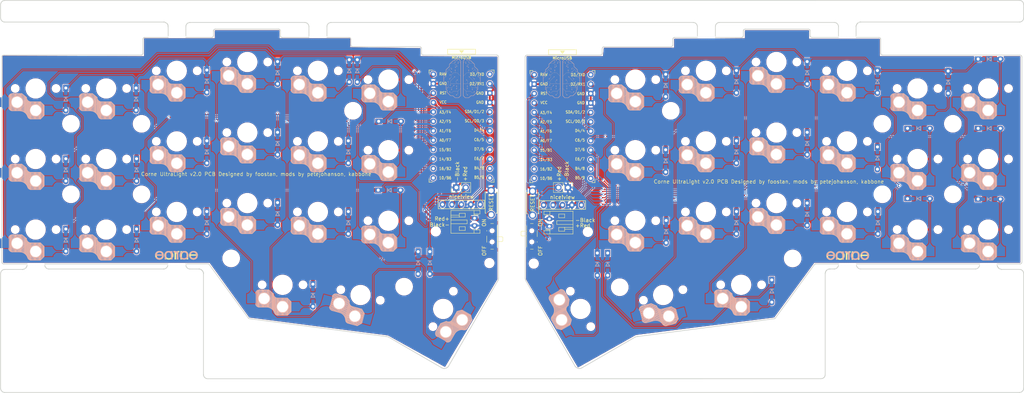
<source format=kicad_pcb>
(kicad_pcb (version 20221018) (generator pcbnew)

  (general
    (thickness 1.6)
  )

  (paper "A4")
  (title_block
    (title "Corne Light")
    (date "2020-11-12")
    (rev "2.0")
    (company "foostan")
  )

  (layers
    (0 "F.Cu" signal)
    (31 "B.Cu" signal)
    (32 "B.Adhes" user "B.Adhesive")
    (33 "F.Adhes" user "F.Adhesive")
    (34 "B.Paste" user)
    (35 "F.Paste" user)
    (36 "B.SilkS" user "B.Silkscreen")
    (37 "F.SilkS" user "F.Silkscreen")
    (38 "B.Mask" user)
    (39 "F.Mask" user)
    (40 "Dwgs.User" user "User.Drawings")
    (41 "Cmts.User" user "User.Comments")
    (42 "Eco1.User" user "User.Eco1")
    (43 "Eco2.User" user "User.Eco2")
    (44 "Edge.Cuts" user)
    (45 "Margin" user)
    (46 "B.CrtYd" user "B.Courtyard")
    (47 "F.CrtYd" user "F.Courtyard")
    (48 "B.Fab" user)
    (49 "F.Fab" user)
  )

  (setup
    (stackup
      (layer "F.SilkS" (type "Top Silk Screen") (color "White"))
      (layer "F.Paste" (type "Top Solder Paste"))
      (layer "F.Mask" (type "Top Solder Mask") (color "Black") (thickness 0.01))
      (layer "F.Cu" (type "copper") (thickness 0.035))
      (layer "dielectric 1" (type "core") (thickness 1.51) (material "FR4") (epsilon_r 4.5) (loss_tangent 0.02))
      (layer "B.Cu" (type "copper") (thickness 0.035))
      (layer "B.Mask" (type "Bottom Solder Mask") (color "Black") (thickness 0.01))
      (layer "B.Paste" (type "Bottom Solder Paste"))
      (layer "B.SilkS" (type "Bottom Silk Screen") (color "White"))
      (copper_finish "None")
      (dielectric_constraints no)
    )
    (pad_to_mask_clearance 0)
    (aux_axis_origin 74.8395 91.6855)
    (grid_origin 31.7125 74.445)
    (pcbplotparams
      (layerselection 0x00010fc_ffffffff)
      (plot_on_all_layers_selection 0x0000000_00000000)
      (disableapertmacros false)
      (usegerberextensions true)
      (usegerberattributes false)
      (usegerberadvancedattributes false)
      (creategerberjobfile false)
      (dashed_line_dash_ratio 12.000000)
      (dashed_line_gap_ratio 3.000000)
      (svgprecision 6)
      (plotframeref false)
      (viasonmask false)
      (mode 1)
      (useauxorigin false)
      (hpglpennumber 1)
      (hpglpenspeed 20)
      (hpglpendiameter 15.000000)
      (dxfpolygonmode true)
      (dxfimperialunits true)
      (dxfusepcbnewfont true)
      (psnegative false)
      (psa4output false)
      (plotreference true)
      (plotvalue false)
      (plotinvisibletext false)
      (sketchpadsonfab false)
      (subtractmaskfromsilk true)
      (outputformat 1)
      (mirror false)
      (drillshape 0)
      (scaleselection 1)
      (outputdirectory "gerbers/")
    )
  )

  (net 0 "")
  (net 1 "row0")
  (net 2 "row1")
  (net 3 "row2")
  (net 4 "row3")
  (net 5 "GND")
  (net 6 "VCC")
  (net 7 "col0")
  (net 8 "col1")
  (net 9 "col2")
  (net 10 "col3")
  (net 11 "col4")
  (net 12 "col5")
  (net 13 "reset")
  (net 14 "SCL")
  (net 15 "SDA")
  (net 16 "Net-(BATJ1-Pin_2)")
  (net 17 "+BATT")
  (net 18 "Net-(BATJ3-Pin_2)")
  (net 19 "Net-(D1-A)")
  (net 20 "row0_r")
  (net 21 "row1_r")
  (net 22 "row2_r")
  (net 23 "row3_r")
  (net 24 "SDA_r")
  (net 25 "SCL_r")
  (net 26 "reset_r")
  (net 27 "col0_r")
  (net 28 "col1_r")
  (net 29 "col2_r")
  (net 30 "col3_r")
  (net 31 "col4_r")
  (net 32 "col5_r")
  (net 33 "Net-(D2-A)")
  (net 34 "Net-(D3-A)")
  (net 35 "CS")
  (net 36 "RGB")
  (net 37 "Net-(D4-A)")
  (net 38 "VDD")
  (net 39 "GNDA")
  (net 40 "Net-(D5-A)")
  (net 41 "Net-(D6-A)")
  (net 42 "Net-(D7-A)")
  (net 43 "CS_r")
  (net 44 "RGB_r")
  (net 45 "Net-(D8-A)")
  (net 46 "Net-(D9-A)")
  (net 47 "Net-(D10-A)")
  (net 48 "Net-(D11-A)")
  (net 49 "Net-(D12-A)")
  (net 50 "Net-(D13-A)")
  (net 51 "Net-(D14-A)")
  (net 52 "Net-(D15-A)")
  (net 53 "Net-(D16-A)")
  (net 54 "Net-(D17-A)")
  (net 55 "Net-(D18-A)")
  (net 56 "Net-(D19-A)")
  (net 57 "Net-(D20-A)")
  (net 58 "Net-(D21-A)")
  (net 59 "Net-(D22-A)")
  (net 60 "Net-(D23-A)")
  (net 61 "Net-(D24-A)")
  (net 62 "Net-(D25-A)")
  (net 63 "Net-(D26-A)")
  (net 64 "Net-(D27-A)")
  (net 65 "Net-(D28-A)")
  (net 66 "Net-(D29-A)")
  (net 67 "Net-(D30-A)")
  (net 68 "Net-(D31-A)")
  (net 69 "Net-(D32-A)")
  (net 70 "Net-(D33-A)")
  (net 71 "Net-(D34-A)")
  (net 72 "Net-(D35-A)")
  (net 73 "Net-(D36-A)")
  (net 74 "Net-(D37-A)")
  (net 75 "Net-(D38-A)")
  (net 76 "Net-(D39-A)")
  (net 77 "Net-(D40-A)")
  (net 78 "Net-(D41-A)")
  (net 79 "Net-(D42-A)")
  (net 80 "unconnected-(PSW1-A-Pad1)")
  (net 81 "unconnected-(PSW2-C-Pad3)")
  (net 82 "unconnected-(U1-8{slash}B4-Pad11)")
  (net 83 "unconnected-(U1-9{slash}B5-Pad12)")
  (net 84 "unconnected-(U1-B6{slash}10-Pad13)")
  (net 85 "unconnected-(U1-B2{slash}16-Pad14)")
  (net 86 "unconnected-(U2-8{slash}B4-Pad11)")
  (net 87 "unconnected-(U2-9{slash}B5-Pad12)")
  (net 88 "unconnected-(U2-B6{slash}10-Pad13)")
  (net 89 "unconnected-(U2-B2{slash}16-Pad14)")

  (footprint "kbd:ResetSW_1side" (layer "F.Cu") (at 156.0125 76.817432 -90))

  (footprint "kbd:ProMicro_v3" (layer "F.Cu") (at 136.8925 56.56))

  (footprint "kbd:ProMicro_v3" (layer "F.Cu") (at 164.062847 56.686432))

  (footprint "kbd:thread_m2" (layer "F.Cu") (at 156.330847 93.085432))

  (footprint "kbd:thread_m2" (layer "F.Cu") (at 170.889847 84.542432))

  (footprint "nice_view:nice_view_1side" (layer "F.Cu") (at 131.7585 77.168))

  (footprint "kbd:ResetSW_1side" (layer "F.Cu") (at 144.8625 76.671 -90))

  (footprint "kbd:Breakaway_Tabs" (layer "F.Cu") (at 22.19625 93.38))

  (footprint "kbd:Breakaway_Tabs" (layer "F.Cu") (at 60.1845 93.38))

  (footprint "kbd:Breakaway_Tabs" (layer "F.Cu") (at 60.2875 31.97))

  (footprint "kbd:Breakaway_Tabs" (layer "F.Cu") (at 98.2575 31.97))

  (footprint "kbd:Breakaway_Tabs" (layer "F.Cu") (at 202.7775 31.98))

  (footprint "kbd:Breakaway_Tabs" (layer "F.Cu") (at 240.7975 31.97))

  (footprint "kbd:Breakaway_Tabs" (layer "F.Cu") (at 278.8275 93.39))

  (footprint "kbd:Breakaway_Tabs" (layer "F.Cu") (at 240.8275 93.39))

  (footprint "nice_view:nice_view_1side" (layer "F.Cu") (at 158.9875 77.31))

  (footprint "kbd:corne-logo-horizontal" (layer "F.Cu") (at 60.2175 90.93))

  (footprint "kbd:corne-logo-horizontal" (layer "F.Cu") (at 240.9975 91.01))

  (footprint "Button_Switch_SMD:SW_SPDT_PCM12" (layer "F.Cu") (at 156.1325 85.745 -90))

  (footprint "kbd:kabtop" (layer "F.Cu") (at 136.9955 43.2))

  (footprint "kbd:kabtop" (layer "F.Cu")
    (tstamp 2e9950e8-3e35-4a2b-b044-49acca682d09)
    (at 163.7925 43.2)
    (attr board_only exclude_from_pos_files exclude_from_bom)
    (fp_text reference "G***" (at 0 0) (layer "F.SilkS") hide
        (effects (font (size 1.5 1.5) (thickness 0.3)))
      (tstamp c9c1d959-f96e-434c-9fb2-8347b78e850a)
    )
    (fp_text value "LOGO" (at 0.75 0) (layer "F.SilkS") hide
        (effects (font (size 1.5 1.5) (thickness 0.3)))
      (tstamp 7623e9bc-7de4-499d-a89f-45438362e6c7)
    )
    (fp_poly
      (pts
        (xy 1.487519 1.995317)
        (xy 1.501898 2.008615)
        (xy 1.531393 2.04986)
        (xy 1.533891 2.090019)
        (xy 1.509238 2.132563)
        (xy 1.495777 2.14706)
        (xy 1.453444 2.189393)
        (xy 1.453444 2.441357)
        (xy 1.453643 2.531692)
        (xy 1.454502 2.597761)
        (xy 1.456419 2.643517)
        (xy 1.45979 2.672913)
        (xy 1.46501 2.689904)
        (xy 1.472476 2.698444)
        (xy 1.479525 2.701598)
        (xy 1.505433 2.721704)
        (xy 1.527269 2.757631)
        (xy 1.537918 2.797143)
        (xy 1.538111 2.802361)
        (xy 1.526561 2.831382)
        (xy 1.498439 2.861843)
        (xy 1.463535 2.885108)
        (xy 1.43558 2.892778)
        (xy 1.400896 2.883351)
        (xy 1.371438 2.864006)
        (xy 1.345187 2.820748)
        (xy 1.342785 2.802591)
        (xy 1.3981 2.802591)
        (xy 1.409908 2.824369)
        (xy 1.414639 2.826988)
        (xy 1.442508 2.834053)
        (xy 1.459485 2.821914)
        (xy 1.466762 2.809593)
        (xy 1.46999 2.780626)
        (xy 1.453287 2.759334)
        (xy 1.424913 2.754739)
        (xy 1.418346 2.756701)
        (xy 1.401168 2.775194)
        (xy 1.3981 2.802591)
        (xy 1.342785 2.802591)
        (xy 1.340555 2.785738)
        (xy 1.34591 2.747172)
        (xy 1.367179 2.722051)
        (xy 1.382799 2.712205)
        (xy 1.425043 2.688167)
        (xy 1.425133 2.430639)
        (xy 1.424782 2.336435)
        (xy 1.423495 2.267153)
        (xy 1.421029 2.219501)
        (xy 1.417144 2.190187)
        (xy 1.411597 2.175919)
        (xy 1.406242 2.173111)
        (xy 1.37732 2.160602)
        (xy 1.353376 2.129384)
        (xy 1.341144 2.089233)
        (xy 1.397496 2.089233)
        (xy 1.406407 2.107259)
        (xy 1.43236 2.116211)
        (xy 1.460611 2.103137)
        (xy 1.465588 2.09787)
        (xy 1.472232 2.072676)
        (xy 1.4597 2.049225)
        (xy 1.435748 2.037692)
        (xy 1.421322 2.039797)
        (xy 1.401486 2.059886)
        (xy 1.397496 2.089233)
        (xy 1.341144 2.089233)
        (xy 1.341049 2.088922)
        (xy 1.340555 2.079447)
        (xy 1.350901 2.027863)
        (xy 1.382539 1.994686)
        (xy 1.420759 1.981224)
        (xy 1.457483 1.979522)
      )

      (stroke (width 0) (type solid)) (fill solid) (layer "B.SilkS") (tstamp 3c7b5ac5-bc5f-43e9-8780-a65c1c347c50))
    (fp_poly
      (pts
        (xy -1.38885 1.988276)
        (xy -1.356164 2.021873)
        (xy -1.340964 2.069498)
        (xy -1.340556 2.079202)
        (xy -1.349702 2.121996)
        (xy -1.372774 2.156173)
        (xy -1.403219 2.172705)
        (xy -1.408695 2.173111)
        (xy -1.415034 2.181913)
        (xy -1.419702 2.209835)
        (xy -1.422845 2.259149)
        (xy -1.424607 2.332127)
        (xy -1.425133 2.430639)
        (xy -1.425044 2.688167)
        (xy -1.3828 2.712205)
        (xy -1.352045 2.7364)
        (xy -1.34114 2.768567)
        (xy -1.340556 2.783591)
        (xy -1.349779 2.837235)
        (xy -1.3787 2.871421)
        (xy -1.420759 2.887109)
        (xy -1.457484 2.888811)
        (xy -1.48752 2.873016)
        (xy -1.501898 2.859718)
        (xy -1.526127 2.830027)
        (xy -1.537897 2.804873)
        (xy -1.538111 2.802361)
        (xy -1.534902 2.78758)
        (xy -1.476017 2.78758)
        (xy -1.468135 2.805092)
        (xy -1.460013 2.813638)
        (xy -1.437121 2.828925)
        (xy -1.416672 2.820981)
        (xy -1.399581 2.796729)
        (xy -1.397 2.784774)
        (xy -1.407816 2.762702)
        (xy -1.432532 2.75554)
        (xy -1.459553 2.766096)
        (xy -1.462603 2.768888)
        (xy -1.476017 2.78758)
        (xy -1.534902 2.78758)
        (xy -1.529639 2.763335)
        (xy -1.508964 2.726148)
        (xy -1.483202 2.703036)
        (xy -1.479526 2.701598)
        (xy -1.47031 2.696796)
        (xy -1.463555 2.686508)
        (xy -1.458881 2.666846)
        (xy -1.455912 2.63392)
        (xy -1.454268 2.583841)
        (xy -1.453573 2.512721)
        (xy -1.453445 2.433216)
        (xy -1.454193 2.33468)
        (xy -1.456372 2.257896)
        (xy -1.459883 2.204695)
        (xy -1.464625 2.176908)
        (xy -1.467556 2.173111)
        (xy -1.493103 2.161294)
        (xy -1.518353 2.132857)
        (xy -1.53527 2.09832)
        (xy -1.538111 2.080747)
        (xy -1.538016 2.080434)
        (xy -1.473779 2.080434)
        (xy -1.465087 2.098475)
        (xy -1.438762 2.113637)
        (xy -1.41325 2.105682)
        (xy -1.399782 2.079513)
        (xy -1.405945 2.051032)
        (xy -1.427318 2.037996)
        (xy -1.453253 2.044546)
        (xy -1.463417 2.054769)
        (xy -1.473779 2.080434)
        (xy -1.538016 2.080434)
        (xy -1.525879 2.040598)
        (xy -1.495426 2.003862)
        (xy -1.456119 1.979904)
        (xy -1.43292 1.975556)
      )

      (stroke (width 0) (type solid)) (fill solid) (layer "B.SilkS") (tstamp 0a3f2652-5936-45df-905b-c5e77ea13ab2))
    (fp_poly
      (pts
        (xy -0.574585 -4.969872)
        (xy -0.282223 -4.676299)
        (xy -0.282223 0)
        (xy -0.282223 4.676299)
        (xy -0.574585 4.969872)
        (xy -0.866947 5.263444)
        (xy -1.361279 5.262698)
        (xy -1.855611 5.261951)
        (xy -2.170167 4.980475)
        (xy -2.484723 4.699)
        (xy -2.805248 4.699)
        (xy -3.125772 4.699)
        (xy -3.587831 4.236782)
        (xy -4.049889 3.774564)
        (xy -4.049889 3.492156)
        (xy -4.049889 3.209748)
        (xy -4.191 3.069167)
        (xy -4.332112 2.928585)
        (xy -4.332112 2.363758)
        (xy -4.332111 1.798931)
        (xy -4.649611 1.481667)
        (xy -4.967111 1.164402)
        (xy -4.966523 0.0497)
        (xy -4.882445 0.0497)
        (xy -4.882359 0.578711)
        (xy -4.882274 1.107722)
        (xy -4.561975 1.42875)
        (xy -4.241675 1.749778)
        (xy -4.058073 1.749778)
        (xy -3.87447 1.749778)
        (xy -3.806957 1.68328)
        (xy -3.739445 1.616783)
        (xy -3.739445 1.311601)
        (xy -3.739445 1.006419)
        (xy -3.774333 0.990523)
        (xy -3.804226 0.965105)
        (xy -3.818694 0.936887)
        (xy -3.819979 0.899983)
        (xy -3.76415 0.899983)
        (xy -3.757066 0.919906)
        (xy -3.754144 0.92357)
        (xy -3.734466 0.941647)
        (xy -3.725334 0.945444)
        (xy -3.708564 0.935848)
        (xy -3.696524 0.92357)
        (xy -3.686188 0.902789)
        (xy -3.698038 0.882136)
        (xy -3.701851 0.878212)
        (xy -3.721689 0.862392)
        (xy -3.738002 0.868014)
        (xy -3.748816 0.878212)
        (xy -3.76415 0.899983)
        (xy -3.819979 0.899983)
        (xy -3.820573 0.882933)
        (xy -3.800598 0.83991)
        (xy -3.76388 0.812641)
        (xy -3.71553 0.805946)
        (xy -3.68678 0.812444)
        (xy -3.651208 0.837728)
        (xy -3.631855 0.877057)
        (xy -3.629239 0.921551)
        (xy -3.643883 0.962329)
        (xy -3.676308 0.990511)
        (xy -3.676334 0.990523)
        (xy -3.711223 1.006419)
        (xy -3.711223 1.317641)
        (xy -3.711223 1.628864)
        (xy -3.77772 1.696376)
        (xy -3.844217 1.763889)
        (xy -3.77772 1.831401)
        (xy -3.711223 1.898914)
        (xy -3.711223 2.110449)
        (xy -3.711223 2.321984)
        (xy -3.608585 2.423936)
        (xy -3.505948 2.525889)
        (xy -3.160687 2.525889)
        (xy -2.815425 2.525889)
        (xy -2.538187 2.248911)
        (xy -2.456679 2.167388)
        (xy -2.393015 2.103194)
        (xy -2.345063 2.053725)
        (xy -2.310692 2.016375)
        (xy -2.287767 1.988539)
        (xy -2.274156 1.967613)
        (xy -2.267727 1.950991)
        (xy -2.266347 1.936067)
        (xy -2.267884 1.920238)
        (xy -2.268058 1.918938)
        (xy -2.268327 1.901872)
        (xy -2.211927 1.901872)
        (xy -2.204844 1.921795)
        (xy -2.201921 1.925458)
        (xy -2.182244 1.943536)
        (xy -2.173111 1.947333)
        (xy -2.156342 1.937737)
        (xy -2.144302 1.925458)
        (xy -2.133966 1.904678)
        (xy -2.145815 1.884025)
        (xy -2.149629 1.880101)
        (xy -2.169467 1.864281)
        (xy -2.18578 1.869903)
        (xy -2.196594 1.880101)
        (xy -2.211927 1.901872)
        (xy -2.268327 1.901872)
        (xy -2.268732 1.876152)
        (xy -2.253971 1.845569)
        (xy -2.245305 1.836083)
        (xy -2.20336 1.810727)
        (xy -2.157842 1.808009)
        (xy -2.116199 1.824926)
        (xy -2.085881 1.858476)
        (xy -2.074334 1.905)
        (xy -2.086119 1.955086)
        (xy -2.118437 1.988409)
        (xy -2.166733 2.001133)
        (xy -2.18705 1.999946)
        (xy -2.203052 1.998276)
        (xy -2.217953 1.999363)
        (xy -2.234357 2.005338)
        (xy -2.254869 2.018334)
        (xy -2.282094 2.040484)
        (xy -2.318638 2.073921)
        (xy -2.367105 2.120777)
        (xy -2.4301 2.183184)
        (xy -2.510229 2.263276)
        (xy -2.517022 2.270076)
        (xy -2.794 2.547314)
        (xy -2.794 2.734157)
        (xy -2.792972 2.813581)
        (xy -2.790028 2.87307)
        (xy -2.785385 2.909781)
        (xy -2.779889 2.921)
        (xy -2.753001 2.933254)
        (xy -2.728065 2.963448)
        (xy -2.71195 3.001733)
        (xy -2.709334 3.022194)
        (xy -2.720517 3.073468)
        (xy -2.752252 3.106518)
        (xy -2.801815 3.118548)
        (xy -2.803243 3.118556)
        (xy -2.855303 3.10775)
        (xy -2.889742 3.079395)
        (xy -2.904355 3.039577)
        (xy -2.901469 3.02199)
        (xy -2.843036 3.02199)
        (xy -2.835093 3.042439)
        (xy -2.808116 3.060352)
        (xy -2.782355 3.055851)
        (xy -2.770461 3.03985)
        (xy -2.772413 3.012776)
        (xy -2.782999 2.996509)
        (xy -2.801691 2.983094)
        (xy -2.819203 2.990976)
        (xy -2.827749 2.999098)
        (xy -2.843036 3.02199)
        (xy -2.901469 3.02199)
        (xy -2.896938 2.994385)
        (xy -2.865287 2.949909)
        (xy -2.864556 2.949222)
        (xy -2.822223 2.909677)
        (xy -2.822223 2.731894)
        (xy -2.822223 2.554111)
        (xy -3.171141 2.554111)
        (xy -3.520059 2.554111)
        (xy -3.622669 2.452186)
        (xy -3.725279 2.350261)
        (xy -3.813874 2.438069)
        (xy -3.8565 2.481289)
        (xy -3.882316 2.511601)
        (xy -3.895068 2.535432)
        (xy -3.898505 2.559208)
        (xy -3.897215 2.580974)
        (xy -3.90317 2.633721)
        (xy -3.928146 2.672015)
        (xy -3.965957 2.692673)
        (xy -4.010418 2.692511)
        (xy -4.055343 2.668344)
        (xy -4.059563 2.66454)
        (xy -4.087819 2.622774)
        (xy -4.09103 2.590024)
        (xy -4.030128 2.590024)
        (xy -4.022246 2.607536)
        (xy -4.014124 2.616082)
        (xy -3.991232 2.631369)
        (xy -3.970783 2.623426)
        (xy -3.953692 2.599174)
        (xy -3.951111 2.587218)
        (xy -3.961927 2.565146)
        (xy -3.986643 2.557985)
        (xy -4.013664 2.568541)
        (xy -4.016714 2.571332)
        (xy -4.030128 2.590024)
        (xy -4.09103 2.590024)
        (xy -4.092096 2.579157)
        (xy -4.075461 2.539902)
        (xy -4.04098 2.511226)
        (xy -3.991719 2.499341)
        (xy -3.978211 2.499665)
        (xy -3.950185 2.500053)
        (xy -3.926539 2.494071)
        (xy -3.90096 2.477996)
        (xy -3.867137 2.448106)
        (xy -3.831051 2.412885)
        (xy -3.739445 2.322093)
        (xy -3.739445 2.117559)
        (xy -3.739445 1.913025)
        (xy -3.805942 1.845512)
        (xy -3.872439 1.778)
        (xy -4.059942 1.778)
        (xy -4.247445 1.778)
        (xy -4.247445 2.324001)
        (xy -4.247445 2.870002)
        (xy -4.106334 3.0134)
        (xy -3.965223 3.156797)
        (xy -3.965223 3.437456)
        (xy -3.965223 3.718115)
        (xy -3.517278 4.166224)
        (xy -3.069332 4.614333)
        (xy -2.755009 4.614333)
        (xy -2.440686 4.614333)
        (xy -2.317482 4.72325)
        (xy -2.264147 4.770494)
        (xy -2.196495 4.830558)
        (xy -2.121257 4.897461)
        (xy -2.045162 4.965219)
        (xy -2.000015 5.005472)
        (xy -1.805751 5.178778)
        (xy -1.364179 5.178778)
        (xy -0.922606 5.178778)
        (xy -0.651803 4.907861)
        (xy -0.381 4.636944)
        (xy -0.381 3.690881)
        (xy -0.381 2.744819)
        (xy -0.740834 3.104444)
        (xy -1.100667 3.46407)
        (xy -1.100667 3.781939)
        (xy -1.100667 4.099807)
        (xy -1.240208 4.238824)
        (xy -1.295526 4.294297)
        (xy -1.333663 4.334273)
        (xy -1.357569 4.363032)
        (xy -1.370196 4.384856)
        (xy -1.374493 4.404026)
        (xy -1.373413 4.424823)
        (xy -1.372625 4.430949)
        (xy -1.371914 4.473731)
        (xy -1.386561 4.504267)
        (xy -1.395362 4.513917)
        (xy -1.436677 4.5385)
        (xy -1.482052 4.540806)
        (xy -1.523867 4.523909)
        (xy -1.554501 4.490879)
        (xy -1.566334 4.445)
        (xy -1.565531 4.441872)
        (xy -1.506372 4.441872)
        (xy -1.499289 4.461795)
        (xy -1.496366 4.465458)
        (xy -1.476688 4.483536)
        (xy -1.467556 4.487333)
        (xy -1.450786 4.477737)
        (xy -1.438746 4.465458)
        (xy -1.42841 4.444678)
        (xy -1.44026 4.424025)
        (xy -1.444074 4.420101)
        (xy -1.463912 4.404281)
        (xy -1.480225 4.409903)
        (xy -1.491038 4.420101)
        (xy -1.506372 4.441872)
        (xy -1.565531 4.441872)
        (xy -1.554033 4.397106)
        (xy -1.520561 4.363628)
        (xy -1.471058 4.348783)
        (xy -1.449141 4.348903)
        (xy -1.426323 4.349587)
        (xy -1.40605 4.345414)
        (xy -1.383872 4.333295)
        (xy -1.355339 4.310142)
        (xy -1.315999 4.272867)
        (xy -1.262236 4.219222)
        (xy -1.129024 4.085167)
        (xy -1.128957 3.77825)
        (xy -1.128889 3.471333)
        (xy -1.71824 3.471333)
        (xy -2.307591 3.471333)
        (xy -2.483556 3.647722)
        (xy -2.659521 3.824111)
        (xy -2.987816 3.824111)
        (xy -3.316111 3.824111)
        (xy -3.316111 3.762876)
        (xy -3.318851 3.721944)
        (xy -3.330051 3.699058)
        (xy -3.351 3.685745)
        (xy -3.383436 3.657575)
        (xy -3.398091 3.616802)
        (xy -3.396827 3.595206)
        (xy -3.340816 3.595206)
        (xy -3.333733 3.615128)
        (xy -3.33081 3.618792)
        (xy -3.311133 3.63687)
        (xy -3.302 3.640667)
        (xy -3.285231 3.631071)
        (xy -3.27319 3.618792)
        (xy -3.262855 3.598012)
        (xy -3.274704 3.577358)
        (xy -3.278518 3.573435)
        (xy -3.298356 3.557614)
        (xy -3.314669 3.563237)
        (xy -3.325483 3.573435)
        (xy -3.340816 3.595206)
        (xy -3.396827 3.595206)
        (xy -3.395487 3.572307)
        (xy -3.376143 3.532971)
        (xy -3.340582 3.507676)
        (xy -3.340555 3.507666)
        (xy -3.288094 3.501429)
        (xy -3.244542 3.518335)
        (xy -3.21501 3.553564)
        (xy -3.204608 3.602293)
        (xy -3.20864 3.632109)
        (xy -3.228164 3.666439)
        (xy -3.253001 3.685745)
        (xy -3.278755 3.705245)
        (xy -3.287613 3.737967)
        (xy -3.287889 3.748765)
        (xy -3.287889 3.795889)
        (xy -2.980761 3.795889)
        (xy -2.673632 3.795889)
        (xy -2.497667 3.6195)
        (xy -2.321702 3.443111)
        (xy -1.721866 3.443111)
        (xy -1.12203 3.443111)
        (xy -0.751515 3.072794)
        (xy -0.381 2.702477)
        (xy -0.381 2.06385)
        (xy -0.381 1.425222)
        (xy -1.661937 1.425222)
        (xy -2.942873 1.425222)
        (xy -3.044826 1.52786)
        (xy -3.091051 1.575152)
        (xy -3.120687 1.608806)
        (xy -3.137404 1.63483)
        (xy -3.144868 1.659238)
        (xy -3.146749 1.688039)
        (xy -3.146778 1.694928)
        (xy -3.144388 1.736806)
        (xy -3.134442 1.760251)
        (xy -3.112778 1.774847)
        (xy -3.11189 1.775255)
        (xy -3.081997 1.800673)
        (xy -3.067529 1.828891)
        (xy -3.06565 1.882845)
        (xy -3.085625 1.925867)
        (xy -3.122343 1.953137)
        (xy -3.170693 1.959831)
        (xy -3.199443 1.953334)
        (xy -3.235015 1.92805)
        (xy -3.254368 1.888721)
        (xy -3.256084 1.859539)
        (xy -3.199705 1.859539)
        (xy -3.192622 1.879462)
        (xy -3.189699 1.883125)
        (xy -3.170022 1.901203)
        (xy -3.160889 1.905)
        (xy -3.144119 1.895404)
        (xy -3.132079 1.883125)
        (xy -3.121744 1.862345)
        (xy -3.133593 1.841691)
        (xy -3.137407 1.837768)
        (xy -3.157245 1.821947)
        (xy -3.173558 1.82757)
        (xy -3.184372 1.837768)
        (xy -3.199705 1.859539)
        (xy -3.256084 1.859539)
        (xy -3.256984 1.844226)
        (xy -3.24234 1.803448)
        (xy -3.209915 1.775267)
        (xy -3.209889 1.775255)
        (xy -3.188804 1.761916)
        (xy -3.178409 1.7411)
        (xy -3.175131 1.703851)
        (xy -3.175 1.687872)
        (xy -3.174148 1.654723)
        (xy -3.169167 1.62898)
        (xy -3.15642 1.604419)
        (xy -3.132269 1.574821)
        (xy -3.093079 1.533963)
        (xy -3.073448 1.514151)
        (xy -2.971895 1.411916)
        (xy -3.073448 1.307184)
        (xy -3.175 1.202452)
        (xy -3.175 0.985688)
        (xy -3.175 0.768923)
        (xy -2.612149 0.206204)
        (xy -2.049298 -0.356515)
        (xy -2.056399 -0.409453)
        (xy -2.054976 -0.426461)
        (xy -2.000261 -0.426461)
        (xy -1.993177 -0.406538)
        (xy -1.990255 -0.402875)
        (xy -1.970577 -0.384797)
        (xy -1.961445 -0.381)
        (xy -1.944675 -0.390596)
        (xy -1.932635 -0.402875)
        (xy -1.922299 -0.423655)
        (xy -1.934149 -0.444309)
        (xy -1.937963 -0.448232)
        (xy -1.957801 -0.464053)
        (xy -1.974113 -0.45843)
        (xy -1.984927 -0.448232)
        (xy -2.000261 -0.426461)
        (xy -2.054976 -0.426461)
        (xy -2.051974 -0.462334)
        (xy -2.02557 -0.500887)
        (xy -1.981034 -0.520541)
        (xy -1.961445 -0.522111)
        (xy -1.914415 -0.510288)
        (xy -1.881053 -0.479784)
        (xy -1.864361 -0.438047)
        (xy -1.867341 -0.392528)
        (xy -1.892528 -0.35114)
        (xy -1.922082 -0.330598)
        (xy -1.959515 -0.326714)
        (xy -1.975326 -0.32838)
        (xy -2.028263 -0.33548)
        (xy -2.587521 0.223909)
        (xy -3.146778 0.783297)
        (xy -3.146778 0.987511)
        (xy -3.146778 1.191725)
        (xy -3.044826 1.294363)
        (xy -2.942873 1.397)
        (xy -2.117241 1.397)
        (xy -1.291608 1.397)
        (xy -1.457193 1.230982)
        (xy -1.622778 1.064965)
        (xy -1.622778 0.916745)
        (xy -1.622778 0.768526)
        (xy -1.483238 0.629509)
        (xy -1.42792 0.574036)
        (xy -1.389783 0.534061)
        (xy -1.365876 0.505302)
        (xy -1.35325 0.483478)
        (xy -1.348952 0.464308)
        (xy -1.350033 0.44351)
        (xy -1.35082 0.437384)
        (xy -1.349398 0.420206)
        (xy -1.294705 0.420206)
        (xy -1.287622 0.440128)
        (xy -1.284699 0.443792)
        (xy -1.265022 0.46187)
        (xy -1.255889 0.465667)
        (xy -1.239119 0.456071)
        (xy -1.227079 0.443792)
        (xy -1.216744 0.423012)
        (xy -1.228593 0.402358)
        (xy -1.232407 0.398435)
        (xy -1.252245 0.382614)
        (xy -1.268558 0.388237)
        (xy -1.279372 0.398435)
        (xy -1.294705 0.420206)
        (xy -1.349398 0.420206)
        (xy -1.346436 0.384415)
        (xy -1.320089 0.345824)
        (xy -1.275592 0.326141)
        (xy -1.255889 0.324555)
        (xy -1.20886 0.336379)
        (xy -1.175498 0.366883)
        (xy -1.158806 0.408619)
        (xy -1.161786 0.454139)
        (xy -1.186972 0.495527)
        (xy -1.216418 0.516032)
        (xy -1.253687 0.519967)
        (xy -1.26994 0.518264)
        (xy -1.292082 0.51627)
        (xy -1.31142 0.518982)
        (xy -1.332317 0.529384)
        (xy -1.359136 0.550459)
        (xy -1.39624 0.585191)
        (xy -1.447992 0.636562)
        (xy -1.458802 0.647406)
        (xy -1.594556 0.783672)
        (xy -1.594556 0.917271)
        (xy -1.594556 1.05087)
        (xy -1.421907 1.223935)
        (xy -1.249257 1.397)
        (xy -0.815129 1.397)
        (xy -0.381 1.397)
        (xy -0.381 0.40561)
        (xy -0.381 -0.585779)
        (xy -0.822055 -1.026667)
        (xy -1.26311 -1.467556)
        (xy -1.78501 -1.467556)
        (xy -2.306909 -1.467556)
        (xy -2.585732 -1.188993)
        (xy -2.864556 -0.910431)
        (xy -2.864556 -0.592587)
        (xy -2.864556 -0.274743)
        (xy -3.039368 -0.100351)
        (xy -3.102281 -0.037357)
        (xy -3.147797 0.009377)
        (xy -3.178569 0.043452)
        (xy -3.197253 0.06847)
        (xy -3.206503 0.088031)
        (xy -3.208974 0.105734)
        (xy -3.207319 0.125182)
        (xy -3.207063 0.127105)
        (xy -3.211458 0.180051)
        (xy -3.23782 0.218632)
        (xy -3.282327 0.238308)
        (xy -3.302 0.239889)
        (xy -3.34903 0.228065)
        (xy -3.382392 0.197561)
        (xy -3.399084 0.155825)
        (xy -3.397916 0.137983)
        (xy -3.340816 0.137983)
        (xy -3.333733 0.157906)
        (xy -3.33081 0.16157)
        (xy -3.311133 0.179647)
        (xy -3.302 0.183444)
        (xy -3.285231 0.173848)
        (xy -3.27319 0.16157)
        (xy -3.262855 0.140789)
        (xy -3.274704 0.120136)
        (xy -3.278518 0.116212)
        (xy -3.298356 0.100392)
        (xy -3.314669 0.106014)
        (xy -3.325483 0.116212)
        (xy -3.340816 0.137983)
        (xy -3.397916 0.137983)
        (xy -3.396104 0.110305)
        (xy -3.370918 0.068917)
        (xy -3.341443 0.048403)
        (xy -3.304131 0.044481)
        (xy -3.287994 0.046174)
        (xy -3.268047 0.048073)
        (xy -3.250212 0.046025)
        (xy -3.230835 0.037351)
        (xy -3.206266 0.019372)
        (xy -3.172851 -0.010589)
        (xy -3.126937 -0.055213)
        (xy -3.064874 -0.117176)
        (xy -3.063855 -0.118197)
        (xy -2.892778 -0.289685)
        (xy -2.892778 -0.596398)
        (xy -2.892778 -0.903111)
        (xy -3.010458 -0.903111)
        (xy -3.068392 -0.902582)
        (xy -3.104555 -0.899873)
        (xy -3.125397 -0.893299)
        (xy -3.137364 -0.881176)
        (xy -3.144033 -0.868223)
        (xy -3.172203 -0.835787)
        (xy -3.212976 -0.821132)
        (xy -3.257471 -0.823736)
        (xy -3.296807 -0.843079)
        (xy -3.322102 -0.87864)
        (xy -3.322112 -0.878668)
        (xy -3.327068 -0.92035)
        (xy -3.270261 -0.92035)
        (xy -3.263177 -0.900427)
        (xy -3.260255 -0.896764)
        (xy -3.240577 -0.878686)
        (xy -3.231445 -0.874889)
        (xy -3.214675 -0.884485)
        (xy -3.202635 -0.896764)
        (xy -3.192299 -0.917544)
        (xy -3.204149 -0.938198)
        (xy -3.207963 -0.942121)
        (xy -3.227801 -0.957941)
        (xy -3.244113 -0.952319)
        (xy -3.254927 -0.942121)
        (xy -3.270261 -0.92035)
        (xy -3.327068 -0.92035)
        (xy -3.328349 -0.931129)
        (xy -3.311443 -0.974681)
        (xy -3.276214 -1.004213)
        (xy -3.227485 -1.014615)
        (xy -3.197669 -1.010582)
        (xy -3.16334 -0.991059)
        (xy -3.144033 -0.966222)
        (xy -3.134631 -0.949332)
        (xy -3.121079 -0.939007)
        (xy -3.097052 -0.933638)
        (xy -3.056227 -0.931618)
        (xy -3.006797 -0.931333)
        (xy -2.885458 -0.931333)
        (xy -2.6035 -1.213556)
        (xy -2.321543 -1.495778)
        (xy -2.077994 -1.495778)
        (xy -1.834445 -1.495778)
        (xy -1.834445 -1.793022)
        (xy -1.834445 -2.090267)
        (xy -1.876778 -2.125888)
        (xy -1.910142 -2.168371)
        (xy -1.917153 -2.203732)
        (xy -1.846158 -2.203732)
        (xy -1.845061 -2.179538)
        (xy -1.826721 -2.174519)
        (xy -1.817935 -2.175509)
        (xy -1.790566 -2.189231)
        (xy -1.785056 -2.208389)
        (xy -1.794123 -2.231696)
        (xy -1.814355 -2.237658)
        (xy -1.835297 -2.227072)
        (xy -1.846158 -2.203732)
        (xy -1.917153 -2.203732)
        (xy -1.919234 -2.214229)
        (xy -1.905074 -2.256788)
        (xy -1.868681 -2.289373)
        (xy -1.850616 -2.297279)
        (xy -1.799327 -2.301899)
        (xy -1.754669 -2.281068)
        (xy -1.72671 -2.245155)
        (xy -1.718494 -2.200615)
        (xy -1.731215 -2.155078)
        (xy -1.760836 -2.120123)
        (xy -1.772711 -2.113294)
        (xy -1.806223 -2.098026)
        (xy -1.806223 -1.796902)
        (xy -1.806223 -1.495778)
        (xy -1.527612 -1.495778)
        (xy -1.249002 -1.495778)
        (xy -0.815001 -1.061947)
        (xy -0.381 -0.628115)
        (xy -0.381 -2.370569)
        (xy -0.381 -4.113024)
        (xy -0.574839 -4.307234)
        (xy -0.768678 -4.501444)
        (xy -0.899395 -4.501444)
        (xy -1.030111 -4.501444)
        (xy -1.030111 -4.346222)
        (xy -1.028984 -4.270692)
        (xy -1.025452 -4.221217)
        (xy -1.019295 -4.195714)
        (xy -1.013584 -4.191)
        (xy -0.981102 -4.178836)
        (xy -0.958127 -4.147972)
        (xy -0.946426 -4.106847)
        (xy -0.947767 -4.063902)
        (xy -0.963918 -4.027575)
        (xy -0.976807 -4.015411)
        (xy -1.024885 -3.995519)
        (xy -1.07231 -3.99829)
        (xy -1.112169 -4.020527)
        (xy -1.137544 -4.059034)
        (xy -1.143 -4.092222)
        (xy -1.14292 -4.092565)
        (xy -1.072445 -4.092565)
        (xy -1.06284 -4.065841)
        (xy -1.039812 -4.059739)
        (xy -1.016504 -4.072748)
        (xy -1.003403 -4.090545)
        (xy -1.012002 -4.108091)
        (xy -1.018678 -4.115059)
        (xy -1.04576 -4.129524)
        (xy -1.066021 -4.118815)
        (xy -1.072445 -4.092565)
        (xy -1.14292 -4.092565)
        (xy -1.134336 -4.129181)
        (xy -1.113141 -4.164183)
        (xy -1.086614 -4.187149)
        (xy -1.072445 -4.191)
        (xy -1.066251 -4.204557)
        (xy -1.061668 -4.243078)
        (xy -1.058965 -4.303334)
        (xy -1.058334 -4.360333)
        (xy -1.058334 -4.529667)
        (xy -0.906828 -4.529667)
        (xy -0.755323 -4.529667)
        (xy -0.568162 -4.342891)
        (xy -0.381 -4.156114)
        (xy -0.381 -4.395675)
        (xy -0.381 -4.635235)
        (xy -0.652504 -4.907007)
        (xy -0.924007 -5.178778)
        (xy -1.255754 -5.178252)
        (xy -1.5875 -5.177726)
        (xy -1.79805 -4.998335)
        (xy -2.0086 -4.818944)
        (xy -1.741714 -4.815093)
        (xy -1.639086 -4.8142)
        (xy -1.562584 -4.814944)
        (xy -1.510157 -4.817416)
        (xy -1.47975 -4.821711)
        (xy -1.469428 -4.82744)
        (xy -1.443105 -4.867244)
        (xy -1.401758 -4.890434)
        (xy -1.354211 -4.895479)
        (xy -1.309292 -4.88085)
        (xy -1.285136 -4.859375)
        (xy -1.260321 -4.816306)
        (xy -1.261 -4.777126)
        (xy -1.285136 -4.736181)
        (xy -1.325077 -4.704639)
        (xy -1.37129 -4.698224)
        (xy -1.417596 -4.716737)
        (xy -1.444224 -4.741333)
        (xy -1.479686 -4.783478)
        (xy -1.396424 -4.783478)
        (xy -1.388089 -4.765348)
        (xy -1.370507 -4.76416)
        (xy -1.345852 -4.774619)
        (xy -1.328302 -4.789802)
        (xy -1.326445 -4.795452)
        (xy -1.338031 -4.818043)
        (xy -1.362722 -4.831287)
        (xy -1.377553 -4.830443)
        (xy -1.393456 -4.811818)
        (xy -1.396424 -4.783478)
        (xy -1.479686 -4.783478)
        (xy -1.479845 -4.783667)
        (xy -1.769201 -4.783667)
        (xy -1.87109 -4.782986)
        (xy -1.954363 -4.781023)
        (xy -2.016514 -4.777897)
        (xy -2.05504 -4.773726)
        (xy -2.067278 -4.769556)
        (xy -2.08463 -4.762814)
        (xy -2.122635 -4.75778)
        (xy -2.173739 -4.755374)
        (xy -2.184528 -4.75529)
        (xy -2.293056 -4.755135)
        (xy -2.455334 -4.605056)
        (xy -2.509444 -4.554949)
        (xy -2.558994 -4.508897)
        (xy -2.607611 -4.46348)
        (xy -2.658928 -4.415284)
        (xy -2.716573 -4.36089)
        (xy -2.784177 -4.296882)
        (xy -2.865369 -4.219843)
        (xy -2.951439 -4.138083)
        (xy -3.059104 -4.035778)
        (xy -2.552608 -4.035778)
        (xy -2.046111 -4.035778)
        (xy -2.046111 -4.138673)
        (xy -2.046111 -4.241568)
        (xy -1.982611 -4.303889)
        (xy -1.949193 -4.340497)
        (xy -1.92619 -4.372981)
        (xy -1.924731 -4.376796)
        (xy -1.848556 -4.376796)
        (xy -1.84105 -4.343603)
        (xy -1.821717 -4.333347)
        (xy -1.796036 -4.347942)
        (xy -1.785862 -4.372909)
        (xy -1.797599 -4.394757)
        (xy -1.821843 -4.402667)
        (xy -1.844538 -4.391872)
        (xy -1.848556 -4.376796)
        (xy -1.924731 -4.376796)
        (xy -1.919112 -4.391494)
  
... [4492462 chars truncated]
</source>
